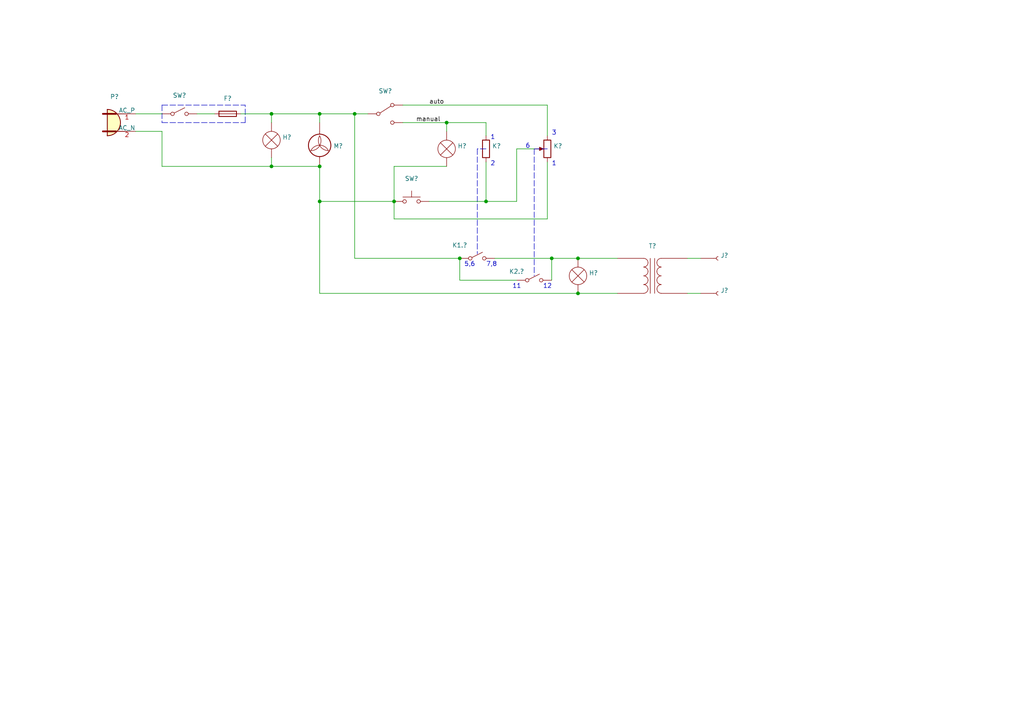
<source format=kicad_sch>
(kicad_sch (version 20211123) (generator eeschema)
  (paper "A4")
  (lib_symbols
    (symbol "Conn_01x01_Female_1" (pin_numbers hide) (pin_names (offset 1.016) hide)
      (property "Reference" "J" (at 0 2.54 0))
      (property "Value" "Conn_01x01_Female_1" (at 0 -2.54 0))
      (symbol "Conn_01x01_Female_1_1_1"
        (polyline (pts (xy -1.27 0) (xy -0.508 0)) (stroke (width 0.1524)))
        (arc (start 0 0.508) (mid -0.508 0) (end 0 -0.508) (stroke (width 0.1524)))
        (pin passive line (at -5.08 0 0) (length 3.81) (name "Pin_1") (number "1"))
      )
    )
    (symbol "Connector:Conn_01x01_Female" (pin_numbers hide) (pin_names (offset 1.016) hide)
      (property "Reference" "J" (at 0 2.54 0))
      (property "Value" "Conn_01x01_Female" (at 0 -2.54 0))
      (symbol "Conn_01x01_Female_1_1"
        (polyline (pts (xy -1.27 0) (xy -0.508 0)) (stroke (width 0.1524)))
        (arc (start 0 0.508) (mid -0.508 0) (end 0 -0.508) (stroke (width 0.1524)))
        (pin passive line (at -5.08 0 0) (length 3.81) (name "Pin_1") (number "1"))
      )
    )
    (symbol "Connector:Conn_WallPlug" (pin_names (offset 0))
      (property "Reference" "P" (at -1.27 4.445 0))
      (property "Value" "Conn_WallPlug" (at -5.715 0 90))
      (symbol "Conn_WallPlug_0_1"
        (arc (start -3.175 -3.81) (mid 0.635 0) (end -3.175 3.81) (stroke (width 0.254)) (fill (type background)))
        (polyline (pts (xy -4.445 -2.54) (xy -0.635 -2.54)) (stroke (width 0.508)))
        (polyline (pts (xy -4.445 2.54) (xy -0.635 2.54)) (stroke (width 0.508)))
        (polyline (pts (xy -3.175 -3.81) (xy -3.175 3.81)) (stroke (width 0.254)))
        (polyline (pts (xy -0.635 -2.54) (xy 2.54 -2.54)))
        (polyline (pts (xy -0.635 2.54) (xy 2.54 2.54)))
      )
      (symbol "Conn_WallPlug_1_1"
        (pin power_out line (at 5.08 2.54 180) (length 5.08) (name "AC_P") (number "1"))
        (pin power_out line (at 5.08 -2.54 180) (length 5.08) (name "AC_N") (number "2"))
      )
    )
    (symbol "Device:Fuse" (pin_numbers hide) (pin_names (offset 0))
      (property "Reference" "F" (at 2.032 0 90))
      (property "Value" "Fuse" (at -1.905 0 90))
      (symbol "Fuse_0_1"
        (rectangle (start -0.762 -2.54) (end 0.762 2.54) (stroke (width 0.254)))
        (polyline (pts (xy 0 2.54) (xy 0 -2.54)))
      )
      (symbol "Fuse_1_1"
        (pin passive line (at 0 3.81 270) (length 1.27) (name "~") (number "1"))
        (pin passive line (at 0 -3.81 90) (length 1.27) (name "~") (number "2"))
      )
    )
    (symbol "Device:Lamp" (pin_numbers hide) (pin_names (offset 0.0254) hide)
      (property "Reference" "LA" (at 0.635 3.81 0))
      (property "Value" "Lamp" (at 0.635 -3.81 0))
      (symbol "Lamp_0_1"
        (polyline (pts (xy -1.778 1.778) (xy 1.778 -1.778)))
        (polyline (pts (xy 1.778 1.778) (xy -1.778 -1.778)))
        (circle (center 0 0) (radius 2.54))
      )
      (symbol "Lamp_1_1"
        (pin passive line (at 0 -5.08 90) (length 2.54) (name "-") (number "1"))
        (pin passive line (at 0 5.08 270) (length 2.54) (name "+") (number "2"))
      )
    )
    (symbol "Device:R" (pin_numbers hide) (pin_names (offset 0))
      (property "Reference" "R" (at 2.032 0 90))
      (property "Value" "R" (at 0 0 90))
      (symbol "R_0_1"
        (rectangle (start -1.016 -2.54) (end 1.016 2.54) (stroke (width 0.254)))
      )
      (symbol "R_1_1"
        (pin passive line (at 0 3.81 270) (length 1.27) (name "~") (number "1"))
        (pin passive line (at 0 -3.81 90) (length 1.27) (name "~") (number "2"))
      )
    )
    (symbol "Device:R_Potentiometer" (pin_numbers hide) (pin_names (offset 1.016) hide)
      (property "Reference" "RV" (at -4.445 0 90))
      (property "Value" "R_Potentiometer" (at -2.54 0 90))
      (symbol "R_Potentiometer_0_1"
        (polyline (pts (xy 2.54 0) (xy 1.524 0)))
        (polyline (pts (xy 1.143 0) (xy 2.286 0.508) (xy 2.286 -0.508) (xy 1.143 0)) (fill (type outline)))
        (rectangle (start 1.016 2.54) (end -1.016 -2.54) (stroke (width 0.254)))
      )
      (symbol "R_Potentiometer_1_1"
        (pin passive line (at 0 3.81 270) (length 1.27) (name "1") (number "1"))
        (pin passive line (at 3.81 0 180) (length 1.27) (name "2") (number "2"))
        (pin passive line (at 0 -3.81 90) (length 1.27) (name "3") (number "3"))
      )
    )
    (symbol "Device:Transformer_1P_1S" (pin_numbers hide) (pin_names (offset 1.016) hide)
      (property "Reference" "T" (at 0 6.35 0))
      (property "Value" "Transformer_1P_1S" (at 0 -7.62 0))
      (symbol "Transformer_1P_1S_0_1"
        (arc (start -2.54 -5.0546) (mid -1.6599 -4.6901) (end -1.27 -3.81))
        (arc (start -2.54 -2.5146) (mid -1.6599 -2.1501) (end -1.27 -1.27))
        (arc (start -2.54 0.0254) (mid -1.6599 0.3899) (end -1.27 1.27))
        (arc (start -2.54 2.5654) (mid -1.6599 2.9299) (end -1.27 3.81))
        (arc (start -1.27 -3.81) (mid -1.642 -2.912) (end -2.54 -2.54))
        (arc (start -1.27 -1.27) (mid -1.642 -0.372) (end -2.54 0))
        (arc (start -1.27 1.27) (mid -1.642 2.168) (end -2.54 2.54))
        (arc (start -1.27 3.81) (mid -1.642 4.708) (end -2.54 5.08))
        (polyline (pts (xy -0.635 5.08) (xy -0.635 -5.08)))
        (polyline (pts (xy 0.635 -5.08) (xy 0.635 5.08)))
        (arc (start 1.2954 -1.27) (mid 1.6599 -2.1501) (end 2.54 -2.5146))
        (arc (start 1.2954 1.27) (mid 1.6599 0.3899) (end 2.54 0.0254))
        (arc (start 1.2954 3.81) (mid 1.6599 2.9299) (end 2.54 2.5654))
        (arc (start 1.3208 -3.81) (mid 1.6853 -4.6901) (end 2.5654 -5.0546))
        (arc (start 2.54 0) (mid 1.642 -0.372) (end 1.2954 -1.27))
        (arc (start 2.54 2.54) (mid 1.642 2.168) (end 1.2954 1.27))
        (arc (start 2.54 5.08) (mid 1.642 4.708) (end 1.2954 3.81))
        (arc (start 2.5654 -2.54) (mid 1.6674 -2.912) (end 1.3208 -3.81))
      )
      (symbol "Transformer_1P_1S_1_1"
        (pin passive line (at -10.16 5.08 0) (length 7.62) (name "AA") (number "1"))
        (pin passive line (at -10.16 -5.08 0) (length 7.62) (name "AB") (number "2"))
        (pin passive line (at 10.16 -5.08 180) (length 7.62) (name "SA") (number "3"))
        (pin passive line (at 10.16 5.08 180) (length 7.62) (name "SB") (number "4"))
      )
    )
    (symbol "Motor:Fan" (pin_numbers hide) (pin_names (offset 0) hide)
      (property "Reference" "M" (at 2.54 5.08 0))
      (property "Value" "Fan" (at 2.54 -2.54 0))
      (symbol "Fan_0_1"
        (arc (start -2.54 -0.508) (mid 0.0028 0.9121) (end 0 3.81))
        (polyline (pts (xy 0 -5.08) (xy 0 -4.572)))
        (polyline (pts (xy 0 -2.2352) (xy 0 -2.6416)))
        (polyline (pts (xy 0 4.2672) (xy 0 4.6228)))
        (polyline (pts (xy 0 4.572) (xy 0 5.08)))
        (circle (center 0 1.016) (radius 3.2512) (stroke (width 0.254)))
        (arc (start 0 3.81) (mid 0.053 0.921) (end 2.54 -0.508))
        (arc (start 2.54 -0.508) (mid 0 1.0618) (end -2.54 -0.508))
      )
      (symbol "Fan_1_1"
        (pin passive line (at 0 7.62 270) (length 2.54) (name "+") (number "1"))
        (pin passive line (at 0 -5.08 90) (length 2.54) (name "-") (number "2"))
      )
    )
    (symbol "SW_SPST_1" (pin_numbers hide) (pin_names (offset 0) hide)
      (property "Reference" "SW" (at 0 3.175 0))
      (property "Value" "SW_SPST_1" (at 0 -2.54 0))
      (symbol "SW_SPST_1_0_0"
        (circle (center -2.032 0) (radius 0.508))
        (polyline (pts (xy -1.524 0.254) (xy 1.524 1.778)))
        (circle (center 2.032 0) (radius 0.508))
      )
      (symbol "SW_SPST_1_1_1"
        (pin passive line (at -5.08 0 0) (length 2.54) (name "A") (number "1"))
        (pin passive line (at 5.08 0 180) (length 2.54) (name "B") (number "2"))
      )
    )
    (symbol "SW_SPST_2" (pin_numbers hide) (pin_names (offset 0) hide)
      (property "Reference" "SW" (at 0 3.175 0))
      (property "Value" "SW_SPST_2" (at 0 -2.54 0))
      (symbol "SW_SPST_2_0_0"
        (circle (center -2.032 0) (radius 0.508))
        (polyline (pts (xy -1.524 0.254) (xy 1.524 1.778)))
        (circle (center 2.032 0) (radius 0.508))
      )
      (symbol "SW_SPST_2_1_1"
        (pin passive line (at -5.08 0 0) (length 2.54) (name "A") (number "1"))
        (pin passive line (at 5.08 0 180) (length 2.54) (name "B") (number "2"))
      )
    )
    (symbol "Switch:SW_Push" (pin_numbers hide) (pin_names (offset 1.016) hide)
      (property "Reference" "SW" (at 1.27 2.54 0))
      (property "Value" "SW_Push" (at 0 -1.524 0))
      (symbol "SW_Push_0_1"
        (circle (center -2.032 0) (radius 0.508))
        (polyline (pts (xy 0 1.27) (xy 0 3.048)))
        (polyline (pts (xy 2.54 1.27) (xy -2.54 1.27)))
        (circle (center 2.032 0) (radius 0.508))
        (pin passive line (at -5.08 0 0) (length 2.54) (name "1") (number "1"))
        (pin passive line (at 5.08 0 180) (length 2.54) (name "2") (number "2"))
      )
    )
    (symbol "Switch:SW_SPDT" (pin_numbers hide) (pin_names (offset 0) hide)
      (property "Reference" "SW" (at 0 4.318 0))
      (property "Value" "SW_SPDT" (at 0 -5.08 0))
      (symbol "SW_SPDT_0_0"
        (circle (center -2.032 0) (radius 0.508))
        (circle (center 2.032 -2.54) (radius 0.508))
      )
      (symbol "SW_SPDT_0_1"
        (polyline (pts (xy -1.524 0.254) (xy 1.651 2.286)))
        (circle (center 2.032 2.54) (radius 0.508))
      )
      (symbol "SW_SPDT_1_1"
        (pin passive line (at 5.08 2.54 180) (length 2.54) (name "A") (number "1"))
        (pin passive line (at -5.08 0 0) (length 2.54) (name "B") (number "2"))
        (pin passive line (at 5.08 -2.54 180) (length 2.54) (name "C") (number "3"))
      )
    )
    (symbol "Switch:SW_SPST" (pin_numbers hide) (pin_names (offset 0) hide)
      (property "Reference" "SW" (at 0 3.175 0))
      (property "Value" "SW_SPST" (at 0 -2.54 0))
      (symbol "SW_SPST_0_0"
        (circle (center -2.032 0) (radius 0.508))
        (polyline (pts (xy -1.524 0.254) (xy 1.524 1.778)))
        (circle (center 2.032 0) (radius 0.508))
      )
      (symbol "SW_SPST_1_1"
        (pin passive line (at -5.08 0 0) (length 2.54) (name "A") (number "1"))
        (pin passive line (at 5.08 0 180) (length 2.54) (name "B") (number "2"))
      )
    )
  )
  (junction (at 102.87 33.02))
  (junction (at 92.71 33.02))
  (junction (at 78.74 33.02))
  (junction (at 140.97 58.42))
  (junction (at 78.74 48.26))
  (junction (at 160.02 74.93))
  (junction (at 92.71 58.42))
  (junction (at 92.71 48.26))
  (junction (at 129.54 35.56))
  (junction (at 167.64 74.93))
  (junction (at 167.64 85.09))
  (junction (at 114.3 58.42))
  (junction (at 133.35 74.93))
  (polyline (pts (xy 140.97 43.18) (xy 138.43 43.18)))
  (wire (pts (xy 78.74 33.02) (xy 78.74 35.56)))
  (wire (pts (xy 102.87 74.93) (xy 133.35 74.93)))
  (polyline (pts (xy 71.12 35.56) (xy 71.12 30.48)))
  (wire (pts (xy 124.46 58.42) (xy 140.97 58.42)))
  (wire (pts (xy 140.97 46.99) (xy 140.97 58.42)))
  (polyline (pts (xy 158.75 43.18) (xy 154.94 43.18)))
  (wire (pts (xy 154.94 43.18) (xy 149.86 43.18)))
  (wire (pts (xy 143.51 74.93) (xy 160.02 74.93)))
  (wire (pts (xy 158.75 30.48) (xy 158.75 39.37)))
  (wire (pts (xy 133.35 74.93) (xy 133.35 81.28)))
  (wire (pts (xy 92.71 58.42) (xy 114.3 58.42)))
  (wire (pts (xy 149.86 58.42) (xy 140.97 58.42)))
  (wire (pts (xy 92.71 33.02) (xy 102.87 33.02)))
  (wire (pts (xy 129.54 35.56) (xy 140.97 35.56)))
  (wire (pts (xy 92.71 85.09) (xy 167.64 85.09)))
  (wire (pts (xy 92.71 85.09) (xy 92.71 58.42)))
  (wire (pts (xy 199.39 74.93) (xy 203.2 74.93)))
  (wire (pts (xy 116.84 30.48) (xy 158.75 30.48)))
  (wire (pts (xy 57.15 33.02) (xy 62.23 33.02)))
  (wire (pts (xy 69.85 33.02) (xy 78.74 33.02)))
  (wire (pts (xy 114.3 63.5) (xy 158.75 63.5)))
  (wire (pts (xy 160.02 74.93) (xy 160.02 81.28)))
  (wire (pts (xy 116.84 35.56) (xy 129.54 35.56)))
  (wire (pts (xy 149.86 43.18) (xy 149.86 58.42)))
  (wire (pts (xy 92.71 33.02) (xy 92.71 35.56)))
  (wire (pts (xy 39.37 33.02) (xy 46.99 33.02)))
  (wire (pts (xy 78.74 33.02) (xy 92.71 33.02)))
  (wire (pts (xy 199.39 85.09) (xy 203.2 85.09)))
  (wire (pts (xy 78.74 48.26) (xy 92.71 48.26)))
  (wire (pts (xy 102.87 33.02) (xy 106.68 33.02)))
  (wire (pts (xy 78.74 45.72) (xy 78.74 48.26)))
  (wire (pts (xy 140.97 35.56) (xy 140.97 39.37)))
  (wire (pts (xy 129.54 48.26) (xy 114.3 48.26)))
  (wire (pts (xy 158.75 46.99) (xy 158.75 63.5)))
  (wire (pts (xy 167.64 74.93) (xy 179.07 74.93)))
  (polyline (pts (xy 46.99 35.56) (xy 71.12 35.56)))
  (wire (pts (xy 129.54 35.56) (xy 129.54 38.1)))
  (wire (pts (xy 46.99 48.26) (xy 46.99 38.1)))
  (polyline (pts (xy 154.94 43.18) (xy 154.94 80.01)))
  (wire (pts (xy 114.3 48.26) (xy 114.3 58.42)))
  (wire (pts (xy 102.87 33.02) (xy 102.87 74.93)))
  (wire (pts (xy 133.35 81.28) (xy 149.86 81.28)))
  (wire (pts (xy 160.02 74.93) (xy 167.64 74.93)))
  (wire (pts (xy 92.71 48.26) (xy 92.71 58.42)))
  (wire (pts (xy 46.99 48.26) (xy 78.74 48.26)))
  (polyline (pts (xy 46.99 30.48) (xy 46.99 35.56)))
  (wire (pts (xy 114.3 58.42) (xy 114.3 63.5)))
  (polyline (pts (xy 138.43 43.18) (xy 138.43 73.66)))
  (wire (pts (xy 39.37 38.1) (xy 46.99 38.1)))
  (wire (pts (xy 167.64 85.09) (xy 179.07 85.09)))
  (polyline (pts (xy 46.99 30.48) (xy 71.12 30.48)))
  (text "6" (at 152.4 43.18 0) (effects (font (size 1.27 1.27)) (justify left bottom)))
  (text "3" (at 160.02 39.37 0) (effects (font (size 1.27 1.27)) (justify left bottom)))
  (text "5,6" (at 134.62 77.47 0) (effects (font (size 1.27 1.27)) (justify left bottom)))
  (text "1" (at 160.02 48.26 0) (effects (font (size 1.27 1.27)) (justify left bottom)))
  (text "7,8" (at 140.97 77.47 0) (effects (font (size 1.27 1.27)) (justify left bottom)))
  (text "12" (at 157.48 83.82 0) (effects (font (size 1.27 1.27)) (justify left bottom)))
  (text "1" (at 142.24 40.64 0) (effects (font (size 1.27 1.27)) (justify left bottom)))
  (text "2" (at 142.24 48.26 0) (effects (font (size 1.27 1.27)) (justify left bottom)))
  (text "11" (at 148.59 83.82 0) (effects (font (size 1.27 1.27)) (justify left bottom)))
  (label "auto" (at 124.46 30.48 0))
  (label "manual" (at 120.65 35.56 0))
  (symbol (lib_id "Device:Transformer_1P_1S") (at 189.23 80.01 0) (unit 1)
    (property "Reference" "T?" (at 189.2427 71.3571 0))
    (property "Value" "Transformer_1P_1S" (effects hide))
  )
  (symbol (lib_id "Switch:SW_SPDT") (at 111.76 33.02 0) (unit 1)
    (property "Reference" "SW?" (at 111.76 26.3992 0))
    (property "Value" "SW_SPDT" (effects hide))
  )
  (symbol (lib_name "Conn_01x01_Female_1") (lib_id "Connector:Conn_01x01_Female") (at 208.28 74.93 0) (unit 1)
    (property "Reference" "J?" (at 208.9912 74.0953 0) (effects (justify left)))
    (property "Value" "Conn_01x01_Female" (effects hide))
  )
  (symbol (lib_id "Device:Lamp") (at 78.74 40.64 0) (unit 1)
    (property "Reference" "H?" (at 81.915 39.8053 0) (effects (justify left)))
    (property "Value" "Lamp" (effects hide))
  )
  (symbol (lib_name "SW_SPST_1") (lib_id "Switch:SW_SPST") (at 138.43 74.93 0) (unit 1)
    (property "Reference" "K1.?" (at 133.35 71.12 0))
    (property "Value" "SW_SPST" (effects hide))
  )
  (symbol (lib_id "Motor:Fan") (at 92.71 43.18 0) (unit 1)
    (property "Reference" "M?" (at 96.7232 42.3453 0) (effects (justify left)))
    (property "Value" "Fan" (effects hide))
  )
  (symbol (lib_name "SW_SPST_2") (lib_id "Switch:SW_SPST") (at 154.94 81.28 0) (unit 1)
    (property "Reference" "K2.?" (at 149.86 78.74 0))
    (property "Value" "SW_SPST" (effects hide))
  )
  (symbol (lib_id "Connector:Conn_01x01_Female") (at 208.28 85.09 0) (unit 1)
    (property "Reference" "J?" (at 208.9912 84.2553 0) (effects (justify left)))
    (property "Value" "Conn_01x01_Female" (effects hide))
  )
  (symbol (lib_id "Switch:SW_Push") (at 119.38 58.42 0) (unit 1)
    (property "Reference" "SW?" (at 119.38 51.7992 0))
    (property "Value" "SW_Push" (effects hide))
  )
  (symbol (lib_id "Device:R") (at 140.97 43.18 0) (unit 1)
    (property "Reference" "K?" (at 142.748 42.3453 0) (effects (justify left)))
    (property "Value" "R" (effects hide))
  )
  (symbol (lib_id "Device:Fuse") (at 66.04 33.02 90) (unit 1)
    (property "Reference" "F?" (at 66.04 28.5582 90))
    (property "Value" "Fuse" (effects hide))
  )
  (symbol (lib_id "Device:Lamp") (at 129.54 43.18 0) (unit 1)
    (property "Reference" "H?" (at 132.715 42.3453 0) (effects (justify left)))
    (property "Value" "Lamp" (effects hide))
  )
  (symbol (lib_id "Device:R_Potentiometer") (at 158.75 43.18 180) (unit 1)
    (property "Reference" "K?" (at 160.528 42.3453 0) (effects (justify right)))
    (property "Value" "R_Potentiometer" (effects hide))
  )
  (symbol (lib_id "Device:Lamp") (at 167.64 80.01 0) (unit 1)
    (property "Reference" "H?" (at 170.815 79.1753 0) (effects (justify left)))
    (property "Value" "Lamp" (effects hide))
  )
  (symbol (lib_id "Connector:Conn_WallPlug") (at 34.29 35.56 0) (unit 1)
    (property "Reference" "P?" (at 33.2105 28.0502 0))
    (property "Value" "Conn_WallPlug" (effects hide))
  )
  (symbol (lib_id "Switch:SW_SPST") (at 52.07 33.02 0) (unit 1)
    (property "Reference" "SW?" (at 52.07 27.6692 0))
    (property "Value" "SW_SPST" (effects hide))
  )
)
</source>
